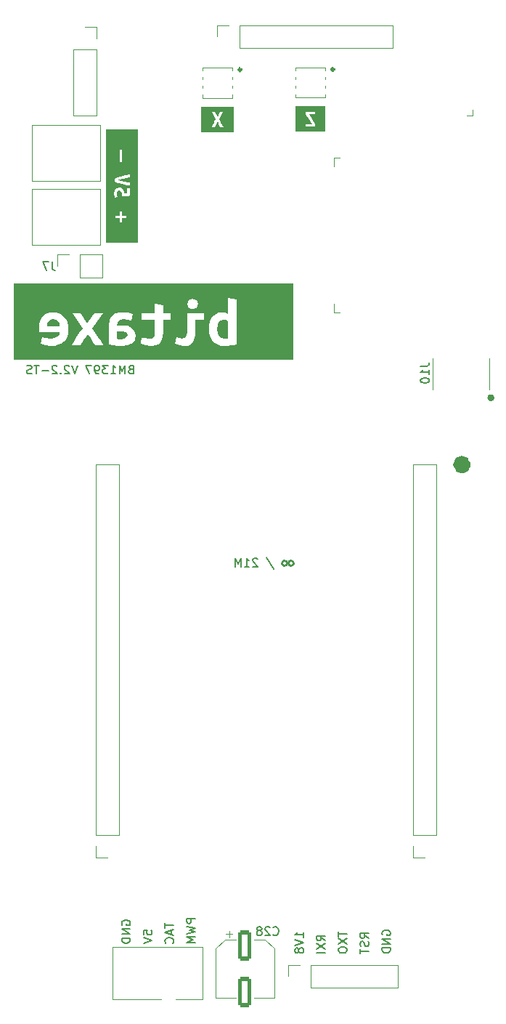
<source format=gbr>
%TF.GenerationSoftware,KiCad,Pcbnew,7.0.1*%
%TF.CreationDate,2023-05-29T11:52:31-05:00*%
%TF.ProjectId,bitaxeMax,62697461-7865-44d6-9178-2e6b69636164,rev?*%
%TF.SameCoordinates,Original*%
%TF.FileFunction,Legend,Bot*%
%TF.FilePolarity,Positive*%
%FSLAX46Y46*%
G04 Gerber Fmt 4.6, Leading zero omitted, Abs format (unit mm)*
G04 Created by KiCad (PCBNEW 7.0.1) date 2023-05-29 11:52:31*
%MOMM*%
%LPD*%
G01*
G04 APERTURE LIST*
G04 Aperture macros list*
%AMRoundRect*
0 Rectangle with rounded corners*
0 $1 Rounding radius*
0 $2 $3 $4 $5 $6 $7 $8 $9 X,Y pos of 4 corners*
0 Add a 4 corners polygon primitive as box body*
4,1,4,$2,$3,$4,$5,$6,$7,$8,$9,$2,$3,0*
0 Add four circle primitives for the rounded corners*
1,1,$1+$1,$2,$3*
1,1,$1+$1,$4,$5*
1,1,$1+$1,$6,$7*
1,1,$1+$1,$8,$9*
0 Add four rect primitives between the rounded corners*
20,1,$1+$1,$2,$3,$4,$5,0*
20,1,$1+$1,$4,$5,$6,$7,0*
20,1,$1+$1,$6,$7,$8,$9,0*
20,1,$1+$1,$8,$9,$2,$3,0*%
G04 Aperture macros list end*
%ADD10C,0.150000*%
%ADD11C,0.250000*%
%ADD12C,0.120000*%
%ADD13C,1.050000*%
%ADD14C,0.100000*%
%ADD15C,0.325707*%
%ADD16C,0.399559*%
%ADD17C,2.200000*%
%ADD18C,0.400000*%
%ADD19C,1.295400*%
%ADD20C,1.574800*%
%ADD21R,1.700000X1.700000*%
%ADD22O,1.700000X1.700000*%
%ADD23C,2.520000*%
%ADD24R,0.900000X1.500000*%
%ADD25R,1.500000X0.900000*%
%ADD26R,0.900000X0.900000*%
%ADD27C,0.990600*%
%ADD28C,0.787400*%
%ADD29R,1.193800X0.711200*%
%ADD30RoundRect,0.250000X-0.550000X1.500000X-0.550000X-1.500000X0.550000X-1.500000X0.550000X1.500000X0*%
%ADD31R,0.457200X2.997200*%
G04 APERTURE END LIST*
D10*
X117945119Y-154846046D02*
X117468928Y-154512713D01*
X117945119Y-154274618D02*
X116945119Y-154274618D01*
X116945119Y-154274618D02*
X116945119Y-154655570D01*
X116945119Y-154655570D02*
X116992738Y-154750808D01*
X116992738Y-154750808D02*
X117040357Y-154798427D01*
X117040357Y-154798427D02*
X117135595Y-154846046D01*
X117135595Y-154846046D02*
X117278452Y-154846046D01*
X117278452Y-154846046D02*
X117373690Y-154798427D01*
X117373690Y-154798427D02*
X117421309Y-154750808D01*
X117421309Y-154750808D02*
X117468928Y-154655570D01*
X117468928Y-154655570D02*
X117468928Y-154274618D01*
X117897500Y-155226999D02*
X117945119Y-155369856D01*
X117945119Y-155369856D02*
X117945119Y-155607951D01*
X117945119Y-155607951D02*
X117897500Y-155703189D01*
X117897500Y-155703189D02*
X117849880Y-155750808D01*
X117849880Y-155750808D02*
X117754642Y-155798427D01*
X117754642Y-155798427D02*
X117659404Y-155798427D01*
X117659404Y-155798427D02*
X117564166Y-155750808D01*
X117564166Y-155750808D02*
X117516547Y-155703189D01*
X117516547Y-155703189D02*
X117468928Y-155607951D01*
X117468928Y-155607951D02*
X117421309Y-155417475D01*
X117421309Y-155417475D02*
X117373690Y-155322237D01*
X117373690Y-155322237D02*
X117326071Y-155274618D01*
X117326071Y-155274618D02*
X117230833Y-155226999D01*
X117230833Y-155226999D02*
X117135595Y-155226999D01*
X117135595Y-155226999D02*
X117040357Y-155274618D01*
X117040357Y-155274618D02*
X116992738Y-155322237D01*
X116992738Y-155322237D02*
X116945119Y-155417475D01*
X116945119Y-155417475D02*
X116945119Y-155655570D01*
X116945119Y-155655570D02*
X116992738Y-155798427D01*
X116945119Y-156084142D02*
X116945119Y-156655570D01*
X117945119Y-156369856D02*
X116945119Y-156369856D01*
X91671619Y-154421523D02*
X91671619Y-153945333D01*
X91671619Y-153945333D02*
X92147809Y-153897714D01*
X92147809Y-153897714D02*
X92100190Y-153945333D01*
X92100190Y-153945333D02*
X92052571Y-154040571D01*
X92052571Y-154040571D02*
X92052571Y-154278666D01*
X92052571Y-154278666D02*
X92100190Y-154373904D01*
X92100190Y-154373904D02*
X92147809Y-154421523D01*
X92147809Y-154421523D02*
X92243047Y-154469142D01*
X92243047Y-154469142D02*
X92481142Y-154469142D01*
X92481142Y-154469142D02*
X92576380Y-154421523D01*
X92576380Y-154421523D02*
X92624000Y-154373904D01*
X92624000Y-154373904D02*
X92671619Y-154278666D01*
X92671619Y-154278666D02*
X92671619Y-154040571D01*
X92671619Y-154040571D02*
X92624000Y-153945333D01*
X92624000Y-153945333D02*
X92576380Y-153897714D01*
X91671619Y-154754857D02*
X92671619Y-155088190D01*
X92671619Y-155088190D02*
X91671619Y-155421523D01*
X110347619Y-154750809D02*
X110347619Y-154179381D01*
X110347619Y-154465095D02*
X109347619Y-154465095D01*
X109347619Y-154465095D02*
X109490476Y-154369857D01*
X109490476Y-154369857D02*
X109585714Y-154274619D01*
X109585714Y-154274619D02*
X109633333Y-154179381D01*
X109347619Y-155036524D02*
X110347619Y-155369857D01*
X110347619Y-155369857D02*
X109347619Y-155703190D01*
X109776190Y-156179381D02*
X109728571Y-156084143D01*
X109728571Y-156084143D02*
X109680952Y-156036524D01*
X109680952Y-156036524D02*
X109585714Y-155988905D01*
X109585714Y-155988905D02*
X109538095Y-155988905D01*
X109538095Y-155988905D02*
X109442857Y-156036524D01*
X109442857Y-156036524D02*
X109395238Y-156084143D01*
X109395238Y-156084143D02*
X109347619Y-156179381D01*
X109347619Y-156179381D02*
X109347619Y-156369857D01*
X109347619Y-156369857D02*
X109395238Y-156465095D01*
X109395238Y-156465095D02*
X109442857Y-156512714D01*
X109442857Y-156512714D02*
X109538095Y-156560333D01*
X109538095Y-156560333D02*
X109585714Y-156560333D01*
X109585714Y-156560333D02*
X109680952Y-156512714D01*
X109680952Y-156512714D02*
X109728571Y-156465095D01*
X109728571Y-156465095D02*
X109776190Y-156369857D01*
X109776190Y-156369857D02*
X109776190Y-156179381D01*
X109776190Y-156179381D02*
X109823809Y-156084143D01*
X109823809Y-156084143D02*
X109871428Y-156036524D01*
X109871428Y-156036524D02*
X109966666Y-155988905D01*
X109966666Y-155988905D02*
X110157142Y-155988905D01*
X110157142Y-155988905D02*
X110252380Y-156036524D01*
X110252380Y-156036524D02*
X110300000Y-156084143D01*
X110300000Y-156084143D02*
X110347619Y-156179381D01*
X110347619Y-156179381D02*
X110347619Y-156369857D01*
X110347619Y-156369857D02*
X110300000Y-156465095D01*
X110300000Y-156465095D02*
X110252380Y-156512714D01*
X110252380Y-156512714D02*
X110157142Y-156560333D01*
X110157142Y-156560333D02*
X109966666Y-156560333D01*
X109966666Y-156560333D02*
X109871428Y-156512714D01*
X109871428Y-156512714D02*
X109823809Y-156465095D01*
X109823809Y-156465095D02*
X109776190Y-156369857D01*
X106026190Y-110525000D02*
X106883332Y-111810714D01*
X104978570Y-110667857D02*
X104930951Y-110620238D01*
X104930951Y-110620238D02*
X104835713Y-110572619D01*
X104835713Y-110572619D02*
X104597618Y-110572619D01*
X104597618Y-110572619D02*
X104502380Y-110620238D01*
X104502380Y-110620238D02*
X104454761Y-110667857D01*
X104454761Y-110667857D02*
X104407142Y-110763095D01*
X104407142Y-110763095D02*
X104407142Y-110858333D01*
X104407142Y-110858333D02*
X104454761Y-111001190D01*
X104454761Y-111001190D02*
X105026189Y-111572619D01*
X105026189Y-111572619D02*
X104407142Y-111572619D01*
X103454761Y-111572619D02*
X104026189Y-111572619D01*
X103740475Y-111572619D02*
X103740475Y-110572619D01*
X103740475Y-110572619D02*
X103835713Y-110715476D01*
X103835713Y-110715476D02*
X103930951Y-110810714D01*
X103930951Y-110810714D02*
X104026189Y-110858333D01*
X103026189Y-111572619D02*
X103026189Y-110572619D01*
X103026189Y-110572619D02*
X102692856Y-111286904D01*
X102692856Y-111286904D02*
X102359523Y-110572619D01*
X102359523Y-110572619D02*
X102359523Y-111572619D01*
X90208952Y-88584809D02*
X90066095Y-88632428D01*
X90066095Y-88632428D02*
X90018476Y-88680047D01*
X90018476Y-88680047D02*
X89970857Y-88775285D01*
X89970857Y-88775285D02*
X89970857Y-88918142D01*
X89970857Y-88918142D02*
X90018476Y-89013380D01*
X90018476Y-89013380D02*
X90066095Y-89061000D01*
X90066095Y-89061000D02*
X90161333Y-89108619D01*
X90161333Y-89108619D02*
X90542285Y-89108619D01*
X90542285Y-89108619D02*
X90542285Y-88108619D01*
X90542285Y-88108619D02*
X90208952Y-88108619D01*
X90208952Y-88108619D02*
X90113714Y-88156238D01*
X90113714Y-88156238D02*
X90066095Y-88203857D01*
X90066095Y-88203857D02*
X90018476Y-88299095D01*
X90018476Y-88299095D02*
X90018476Y-88394333D01*
X90018476Y-88394333D02*
X90066095Y-88489571D01*
X90066095Y-88489571D02*
X90113714Y-88537190D01*
X90113714Y-88537190D02*
X90208952Y-88584809D01*
X90208952Y-88584809D02*
X90542285Y-88584809D01*
X89542285Y-89108619D02*
X89542285Y-88108619D01*
X89542285Y-88108619D02*
X89208952Y-88822904D01*
X89208952Y-88822904D02*
X88875619Y-88108619D01*
X88875619Y-88108619D02*
X88875619Y-89108619D01*
X87875619Y-89108619D02*
X88447047Y-89108619D01*
X88161333Y-89108619D02*
X88161333Y-88108619D01*
X88161333Y-88108619D02*
X88256571Y-88251476D01*
X88256571Y-88251476D02*
X88351809Y-88346714D01*
X88351809Y-88346714D02*
X88447047Y-88394333D01*
X87542285Y-88108619D02*
X86923238Y-88108619D01*
X86923238Y-88108619D02*
X87256571Y-88489571D01*
X87256571Y-88489571D02*
X87113714Y-88489571D01*
X87113714Y-88489571D02*
X87018476Y-88537190D01*
X87018476Y-88537190D02*
X86970857Y-88584809D01*
X86970857Y-88584809D02*
X86923238Y-88680047D01*
X86923238Y-88680047D02*
X86923238Y-88918142D01*
X86923238Y-88918142D02*
X86970857Y-89013380D01*
X86970857Y-89013380D02*
X87018476Y-89061000D01*
X87018476Y-89061000D02*
X87113714Y-89108619D01*
X87113714Y-89108619D02*
X87399428Y-89108619D01*
X87399428Y-89108619D02*
X87494666Y-89061000D01*
X87494666Y-89061000D02*
X87542285Y-89013380D01*
X86447047Y-89108619D02*
X86256571Y-89108619D01*
X86256571Y-89108619D02*
X86161333Y-89061000D01*
X86161333Y-89061000D02*
X86113714Y-89013380D01*
X86113714Y-89013380D02*
X86018476Y-88870523D01*
X86018476Y-88870523D02*
X85970857Y-88680047D01*
X85970857Y-88680047D02*
X85970857Y-88299095D01*
X85970857Y-88299095D02*
X86018476Y-88203857D01*
X86018476Y-88203857D02*
X86066095Y-88156238D01*
X86066095Y-88156238D02*
X86161333Y-88108619D01*
X86161333Y-88108619D02*
X86351809Y-88108619D01*
X86351809Y-88108619D02*
X86447047Y-88156238D01*
X86447047Y-88156238D02*
X86494666Y-88203857D01*
X86494666Y-88203857D02*
X86542285Y-88299095D01*
X86542285Y-88299095D02*
X86542285Y-88537190D01*
X86542285Y-88537190D02*
X86494666Y-88632428D01*
X86494666Y-88632428D02*
X86447047Y-88680047D01*
X86447047Y-88680047D02*
X86351809Y-88727666D01*
X86351809Y-88727666D02*
X86161333Y-88727666D01*
X86161333Y-88727666D02*
X86066095Y-88680047D01*
X86066095Y-88680047D02*
X86018476Y-88632428D01*
X86018476Y-88632428D02*
X85970857Y-88537190D01*
X85637523Y-88108619D02*
X84970857Y-88108619D01*
X84970857Y-88108619D02*
X85399428Y-89108619D01*
X83970856Y-88108619D02*
X83637523Y-89108619D01*
X83637523Y-89108619D02*
X83304190Y-88108619D01*
X83018475Y-88203857D02*
X82970856Y-88156238D01*
X82970856Y-88156238D02*
X82875618Y-88108619D01*
X82875618Y-88108619D02*
X82637523Y-88108619D01*
X82637523Y-88108619D02*
X82542285Y-88156238D01*
X82542285Y-88156238D02*
X82494666Y-88203857D01*
X82494666Y-88203857D02*
X82447047Y-88299095D01*
X82447047Y-88299095D02*
X82447047Y-88394333D01*
X82447047Y-88394333D02*
X82494666Y-88537190D01*
X82494666Y-88537190D02*
X83066094Y-89108619D01*
X83066094Y-89108619D02*
X82447047Y-89108619D01*
X82018475Y-89013380D02*
X81970856Y-89061000D01*
X81970856Y-89061000D02*
X82018475Y-89108619D01*
X82018475Y-89108619D02*
X82066094Y-89061000D01*
X82066094Y-89061000D02*
X82018475Y-89013380D01*
X82018475Y-89013380D02*
X82018475Y-89108619D01*
X81589904Y-88203857D02*
X81542285Y-88156238D01*
X81542285Y-88156238D02*
X81447047Y-88108619D01*
X81447047Y-88108619D02*
X81208952Y-88108619D01*
X81208952Y-88108619D02*
X81113714Y-88156238D01*
X81113714Y-88156238D02*
X81066095Y-88203857D01*
X81066095Y-88203857D02*
X81018476Y-88299095D01*
X81018476Y-88299095D02*
X81018476Y-88394333D01*
X81018476Y-88394333D02*
X81066095Y-88537190D01*
X81066095Y-88537190D02*
X81637523Y-89108619D01*
X81637523Y-89108619D02*
X81018476Y-89108619D01*
X80589904Y-88727666D02*
X79828000Y-88727666D01*
X79494666Y-88108619D02*
X78923238Y-88108619D01*
X79208952Y-89108619D02*
X79208952Y-88108619D01*
X78637523Y-89061000D02*
X78494666Y-89108619D01*
X78494666Y-89108619D02*
X78256571Y-89108619D01*
X78256571Y-89108619D02*
X78161333Y-89061000D01*
X78161333Y-89061000D02*
X78113714Y-89013380D01*
X78113714Y-89013380D02*
X78066095Y-88918142D01*
X78066095Y-88918142D02*
X78066095Y-88822904D01*
X78066095Y-88822904D02*
X78113714Y-88727666D01*
X78113714Y-88727666D02*
X78161333Y-88680047D01*
X78161333Y-88680047D02*
X78256571Y-88632428D01*
X78256571Y-88632428D02*
X78447047Y-88584809D01*
X78447047Y-88584809D02*
X78542285Y-88537190D01*
X78542285Y-88537190D02*
X78589904Y-88489571D01*
X78589904Y-88489571D02*
X78637523Y-88394333D01*
X78637523Y-88394333D02*
X78637523Y-88299095D01*
X78637523Y-88299095D02*
X78589904Y-88203857D01*
X78589904Y-88203857D02*
X78542285Y-88156238D01*
X78542285Y-88156238D02*
X78447047Y-88108619D01*
X78447047Y-88108619D02*
X78208952Y-88108619D01*
X78208952Y-88108619D02*
X78066095Y-88156238D01*
D11*
X108279523Y-110932857D02*
X108089047Y-110837619D01*
X108089047Y-110837619D02*
X107898571Y-110932857D01*
X107898571Y-110932857D02*
X107803333Y-111123333D01*
X107803333Y-111123333D02*
X107898571Y-111313809D01*
X107898571Y-111313809D02*
X108089047Y-111409047D01*
X108089047Y-111409047D02*
X108279523Y-111313809D01*
X108279523Y-111313809D02*
X108660475Y-110932857D01*
X108660475Y-110932857D02*
X108850952Y-110837619D01*
X108850952Y-110837619D02*
X109041428Y-110932857D01*
X109041428Y-110932857D02*
X109136666Y-111123333D01*
X109136666Y-111123333D02*
X109041428Y-111313809D01*
X109041428Y-111313809D02*
X108850952Y-111409047D01*
X108850952Y-111409047D02*
X108660475Y-111313809D01*
X108660475Y-111313809D02*
X108279523Y-110932857D01*
D10*
X112880119Y-155131762D02*
X112403928Y-154798429D01*
X112880119Y-154560334D02*
X111880119Y-154560334D01*
X111880119Y-154560334D02*
X111880119Y-154941286D01*
X111880119Y-154941286D02*
X111927738Y-155036524D01*
X111927738Y-155036524D02*
X111975357Y-155084143D01*
X111975357Y-155084143D02*
X112070595Y-155131762D01*
X112070595Y-155131762D02*
X112213452Y-155131762D01*
X112213452Y-155131762D02*
X112308690Y-155084143D01*
X112308690Y-155084143D02*
X112356309Y-155036524D01*
X112356309Y-155036524D02*
X112403928Y-154941286D01*
X112403928Y-154941286D02*
X112403928Y-154560334D01*
X111880119Y-155465096D02*
X112880119Y-156131762D01*
X111880119Y-156131762D02*
X112880119Y-155465096D01*
X112880119Y-156512715D02*
X111880119Y-156512715D01*
X97727619Y-152552238D02*
X96727619Y-152552238D01*
X96727619Y-152552238D02*
X96727619Y-152933190D01*
X96727619Y-152933190D02*
X96775238Y-153028428D01*
X96775238Y-153028428D02*
X96822857Y-153076047D01*
X96822857Y-153076047D02*
X96918095Y-153123666D01*
X96918095Y-153123666D02*
X97060952Y-153123666D01*
X97060952Y-153123666D02*
X97156190Y-153076047D01*
X97156190Y-153076047D02*
X97203809Y-153028428D01*
X97203809Y-153028428D02*
X97251428Y-152933190D01*
X97251428Y-152933190D02*
X97251428Y-152552238D01*
X96727619Y-153457000D02*
X97727619Y-153695095D01*
X97727619Y-153695095D02*
X97013333Y-153885571D01*
X97013333Y-153885571D02*
X97727619Y-154076047D01*
X97727619Y-154076047D02*
X96727619Y-154314143D01*
X97727619Y-154695095D02*
X96727619Y-154695095D01*
X96727619Y-154695095D02*
X97441904Y-155028428D01*
X97441904Y-155028428D02*
X96727619Y-155361761D01*
X96727619Y-155361761D02*
X97727619Y-155361761D01*
X119525238Y-154465095D02*
X119477619Y-154369857D01*
X119477619Y-154369857D02*
X119477619Y-154227000D01*
X119477619Y-154227000D02*
X119525238Y-154084143D01*
X119525238Y-154084143D02*
X119620476Y-153988905D01*
X119620476Y-153988905D02*
X119715714Y-153941286D01*
X119715714Y-153941286D02*
X119906190Y-153893667D01*
X119906190Y-153893667D02*
X120049047Y-153893667D01*
X120049047Y-153893667D02*
X120239523Y-153941286D01*
X120239523Y-153941286D02*
X120334761Y-153988905D01*
X120334761Y-153988905D02*
X120430000Y-154084143D01*
X120430000Y-154084143D02*
X120477619Y-154227000D01*
X120477619Y-154227000D02*
X120477619Y-154322238D01*
X120477619Y-154322238D02*
X120430000Y-154465095D01*
X120430000Y-154465095D02*
X120382380Y-154512714D01*
X120382380Y-154512714D02*
X120049047Y-154512714D01*
X120049047Y-154512714D02*
X120049047Y-154322238D01*
X120477619Y-154941286D02*
X119477619Y-154941286D01*
X119477619Y-154941286D02*
X120477619Y-155512714D01*
X120477619Y-155512714D02*
X119477619Y-155512714D01*
X120477619Y-155988905D02*
X119477619Y-155988905D01*
X119477619Y-155988905D02*
X119477619Y-156227000D01*
X119477619Y-156227000D02*
X119525238Y-156369857D01*
X119525238Y-156369857D02*
X119620476Y-156465095D01*
X119620476Y-156465095D02*
X119715714Y-156512714D01*
X119715714Y-156512714D02*
X119906190Y-156560333D01*
X119906190Y-156560333D02*
X120049047Y-156560333D01*
X120049047Y-156560333D02*
X120239523Y-156512714D01*
X120239523Y-156512714D02*
X120334761Y-156465095D01*
X120334761Y-156465095D02*
X120430000Y-156369857D01*
X120430000Y-156369857D02*
X120477619Y-156227000D01*
X120477619Y-156227000D02*
X120477619Y-155988905D01*
X114412619Y-154084143D02*
X114412619Y-154655571D01*
X115412619Y-154369857D02*
X114412619Y-154369857D01*
X114412619Y-154893667D02*
X115412619Y-155560333D01*
X114412619Y-155560333D02*
X115412619Y-154893667D01*
X114412619Y-156131762D02*
X114412619Y-156322238D01*
X114412619Y-156322238D02*
X114460238Y-156417476D01*
X114460238Y-156417476D02*
X114555476Y-156512714D01*
X114555476Y-156512714D02*
X114745952Y-156560333D01*
X114745952Y-156560333D02*
X115079285Y-156560333D01*
X115079285Y-156560333D02*
X115269761Y-156512714D01*
X115269761Y-156512714D02*
X115365000Y-156417476D01*
X115365000Y-156417476D02*
X115412619Y-156322238D01*
X115412619Y-156322238D02*
X115412619Y-156131762D01*
X115412619Y-156131762D02*
X115365000Y-156036524D01*
X115365000Y-156036524D02*
X115269761Y-155941286D01*
X115269761Y-155941286D02*
X115079285Y-155893667D01*
X115079285Y-155893667D02*
X114745952Y-155893667D01*
X114745952Y-155893667D02*
X114555476Y-155941286D01*
X114555476Y-155941286D02*
X114460238Y-156036524D01*
X114460238Y-156036524D02*
X114412619Y-156131762D01*
X94195119Y-153076047D02*
X94195119Y-153647475D01*
X95195119Y-153361761D02*
X94195119Y-153361761D01*
X94909404Y-153933190D02*
X94909404Y-154409380D01*
X95195119Y-153837952D02*
X94195119Y-154171285D01*
X94195119Y-154171285D02*
X95195119Y-154504618D01*
X95099880Y-155409380D02*
X95147500Y-155361761D01*
X95147500Y-155361761D02*
X95195119Y-155218904D01*
X95195119Y-155218904D02*
X95195119Y-155123666D01*
X95195119Y-155123666D02*
X95147500Y-154980809D01*
X95147500Y-154980809D02*
X95052261Y-154885571D01*
X95052261Y-154885571D02*
X94957023Y-154837952D01*
X94957023Y-154837952D02*
X94766547Y-154790333D01*
X94766547Y-154790333D02*
X94623690Y-154790333D01*
X94623690Y-154790333D02*
X94433214Y-154837952D01*
X94433214Y-154837952D02*
X94337976Y-154885571D01*
X94337976Y-154885571D02*
X94242738Y-154980809D01*
X94242738Y-154980809D02*
X94195119Y-155123666D01*
X94195119Y-155123666D02*
X94195119Y-155218904D01*
X94195119Y-155218904D02*
X94242738Y-155361761D01*
X94242738Y-155361761D02*
X94290357Y-155409380D01*
X89177738Y-153314143D02*
X89130119Y-153218905D01*
X89130119Y-153218905D02*
X89130119Y-153076048D01*
X89130119Y-153076048D02*
X89177738Y-152933191D01*
X89177738Y-152933191D02*
X89272976Y-152837953D01*
X89272976Y-152837953D02*
X89368214Y-152790334D01*
X89368214Y-152790334D02*
X89558690Y-152742715D01*
X89558690Y-152742715D02*
X89701547Y-152742715D01*
X89701547Y-152742715D02*
X89892023Y-152790334D01*
X89892023Y-152790334D02*
X89987261Y-152837953D01*
X89987261Y-152837953D02*
X90082500Y-152933191D01*
X90082500Y-152933191D02*
X90130119Y-153076048D01*
X90130119Y-153076048D02*
X90130119Y-153171286D01*
X90130119Y-153171286D02*
X90082500Y-153314143D01*
X90082500Y-153314143D02*
X90034880Y-153361762D01*
X90034880Y-153361762D02*
X89701547Y-153361762D01*
X89701547Y-153361762D02*
X89701547Y-153171286D01*
X90130119Y-153790334D02*
X89130119Y-153790334D01*
X89130119Y-153790334D02*
X90130119Y-154361762D01*
X90130119Y-154361762D02*
X89130119Y-154361762D01*
X90130119Y-154837953D02*
X89130119Y-154837953D01*
X89130119Y-154837953D02*
X89130119Y-155076048D01*
X89130119Y-155076048D02*
X89177738Y-155218905D01*
X89177738Y-155218905D02*
X89272976Y-155314143D01*
X89272976Y-155314143D02*
X89368214Y-155361762D01*
X89368214Y-155361762D02*
X89558690Y-155409381D01*
X89558690Y-155409381D02*
X89701547Y-155409381D01*
X89701547Y-155409381D02*
X89892023Y-155361762D01*
X89892023Y-155361762D02*
X89987261Y-155314143D01*
X89987261Y-155314143D02*
X90082500Y-155218905D01*
X90082500Y-155218905D02*
X90130119Y-155076048D01*
X90130119Y-155076048D02*
X90130119Y-154837953D01*
%TO.C,J7*%
X81003333Y-76002619D02*
X81003333Y-76716904D01*
X81003333Y-76716904D02*
X81050952Y-76859761D01*
X81050952Y-76859761D02*
X81146190Y-76955000D01*
X81146190Y-76955000D02*
X81289047Y-77002619D01*
X81289047Y-77002619D02*
X81384285Y-77002619D01*
X80622380Y-76002619D02*
X79955714Y-76002619D01*
X79955714Y-76002619D02*
X80384285Y-77002619D01*
%TO.C,C28*%
X106805857Y-154424380D02*
X106853476Y-154472000D01*
X106853476Y-154472000D02*
X106996333Y-154519619D01*
X106996333Y-154519619D02*
X107091571Y-154519619D01*
X107091571Y-154519619D02*
X107234428Y-154472000D01*
X107234428Y-154472000D02*
X107329666Y-154376761D01*
X107329666Y-154376761D02*
X107377285Y-154281523D01*
X107377285Y-154281523D02*
X107424904Y-154091047D01*
X107424904Y-154091047D02*
X107424904Y-153948190D01*
X107424904Y-153948190D02*
X107377285Y-153757714D01*
X107377285Y-153757714D02*
X107329666Y-153662476D01*
X107329666Y-153662476D02*
X107234428Y-153567238D01*
X107234428Y-153567238D02*
X107091571Y-153519619D01*
X107091571Y-153519619D02*
X106996333Y-153519619D01*
X106996333Y-153519619D02*
X106853476Y-153567238D01*
X106853476Y-153567238D02*
X106805857Y-153614857D01*
X106424904Y-153614857D02*
X106377285Y-153567238D01*
X106377285Y-153567238D02*
X106282047Y-153519619D01*
X106282047Y-153519619D02*
X106043952Y-153519619D01*
X106043952Y-153519619D02*
X105948714Y-153567238D01*
X105948714Y-153567238D02*
X105901095Y-153614857D01*
X105901095Y-153614857D02*
X105853476Y-153710095D01*
X105853476Y-153710095D02*
X105853476Y-153805333D01*
X105853476Y-153805333D02*
X105901095Y-153948190D01*
X105901095Y-153948190D02*
X106472523Y-154519619D01*
X106472523Y-154519619D02*
X105853476Y-154519619D01*
X105282047Y-153948190D02*
X105377285Y-153900571D01*
X105377285Y-153900571D02*
X105424904Y-153852952D01*
X105424904Y-153852952D02*
X105472523Y-153757714D01*
X105472523Y-153757714D02*
X105472523Y-153710095D01*
X105472523Y-153710095D02*
X105424904Y-153614857D01*
X105424904Y-153614857D02*
X105377285Y-153567238D01*
X105377285Y-153567238D02*
X105282047Y-153519619D01*
X105282047Y-153519619D02*
X105091571Y-153519619D01*
X105091571Y-153519619D02*
X104996333Y-153567238D01*
X104996333Y-153567238D02*
X104948714Y-153614857D01*
X104948714Y-153614857D02*
X104901095Y-153710095D01*
X104901095Y-153710095D02*
X104901095Y-153757714D01*
X104901095Y-153757714D02*
X104948714Y-153852952D01*
X104948714Y-153852952D02*
X104996333Y-153900571D01*
X104996333Y-153900571D02*
X105091571Y-153948190D01*
X105091571Y-153948190D02*
X105282047Y-153948190D01*
X105282047Y-153948190D02*
X105377285Y-153995809D01*
X105377285Y-153995809D02*
X105424904Y-154043428D01*
X105424904Y-154043428D02*
X105472523Y-154138666D01*
X105472523Y-154138666D02*
X105472523Y-154329142D01*
X105472523Y-154329142D02*
X105424904Y-154424380D01*
X105424904Y-154424380D02*
X105377285Y-154472000D01*
X105377285Y-154472000D02*
X105282047Y-154519619D01*
X105282047Y-154519619D02*
X105091571Y-154519619D01*
X105091571Y-154519619D02*
X104996333Y-154472000D01*
X104996333Y-154472000D02*
X104948714Y-154424380D01*
X104948714Y-154424380D02*
X104901095Y-154329142D01*
X104901095Y-154329142D02*
X104901095Y-154138666D01*
X104901095Y-154138666D02*
X104948714Y-154043428D01*
X104948714Y-154043428D02*
X104996333Y-153995809D01*
X104996333Y-153995809D02*
X105091571Y-153948190D01*
%TO.C,J10*%
X123995619Y-88190476D02*
X124709904Y-88190476D01*
X124709904Y-88190476D02*
X124852761Y-88142857D01*
X124852761Y-88142857D02*
X124948000Y-88047619D01*
X124948000Y-88047619D02*
X124995619Y-87904762D01*
X124995619Y-87904762D02*
X124995619Y-87809524D01*
X124995619Y-89190476D02*
X124995619Y-88619048D01*
X124995619Y-88904762D02*
X123995619Y-88904762D01*
X123995619Y-88904762D02*
X124138476Y-88809524D01*
X124138476Y-88809524D02*
X124233714Y-88714286D01*
X124233714Y-88714286D02*
X124281333Y-88619048D01*
X123995619Y-89809524D02*
X123995619Y-89904762D01*
X123995619Y-89904762D02*
X124043238Y-90000000D01*
X124043238Y-90000000D02*
X124090857Y-90047619D01*
X124090857Y-90047619D02*
X124186095Y-90095238D01*
X124186095Y-90095238D02*
X124376571Y-90142857D01*
X124376571Y-90142857D02*
X124614666Y-90142857D01*
X124614666Y-90142857D02*
X124805142Y-90095238D01*
X124805142Y-90095238D02*
X124900380Y-90047619D01*
X124900380Y-90047619D02*
X124948000Y-90000000D01*
X124948000Y-90000000D02*
X124995619Y-89904762D01*
X124995619Y-89904762D02*
X124995619Y-89809524D01*
X124995619Y-89809524D02*
X124948000Y-89714286D01*
X124948000Y-89714286D02*
X124900380Y-89666667D01*
X124900380Y-89666667D02*
X124805142Y-89619048D01*
X124805142Y-89619048D02*
X124614666Y-89571429D01*
X124614666Y-89571429D02*
X124376571Y-89571429D01*
X124376571Y-89571429D02*
X124186095Y-89619048D01*
X124186095Y-89619048D02*
X124090857Y-89666667D01*
X124090857Y-89666667D02*
X124043238Y-89714286D01*
X124043238Y-89714286D02*
X123995619Y-89809524D01*
D12*
%TO.C,J4*%
X88102000Y-155846851D02*
X98566800Y-155846851D01*
X88102000Y-161942851D02*
X88102000Y-155846851D01*
X93765225Y-161942851D02*
X88102000Y-161942851D01*
X98566800Y-155846851D02*
X98566800Y-161942851D01*
X98566800Y-161942851D02*
X95443575Y-161942851D01*
%TO.C,J9*%
X86189000Y-58999000D02*
X83529000Y-58999000D01*
X86189000Y-51319000D02*
X86189000Y-58999000D01*
X86189000Y-51319000D02*
X83529000Y-51319000D01*
X86189000Y-50049000D02*
X86189000Y-48719000D01*
X86189000Y-48719000D02*
X84859000Y-48719000D01*
X83529000Y-51319000D02*
X83529000Y-58999000D01*
%TO.C,J2*%
X86650000Y-66640000D02*
X86650000Y-60140000D01*
X86650000Y-60140000D02*
X78650000Y-60140000D01*
X78650000Y-66640000D02*
X86650000Y-66640000D01*
X78650000Y-60140000D02*
X78650000Y-66640000D01*
%TO.C,J1*%
X86650000Y-74060000D02*
X86650000Y-67560000D01*
X86650000Y-67560000D02*
X78650000Y-67560000D01*
X78650000Y-74060000D02*
X86650000Y-74060000D01*
X78650000Y-67560000D02*
X78650000Y-74060000D01*
%TO.C,J6*%
X120736000Y-48469000D02*
X120736000Y-51129000D01*
X102896000Y-48469000D02*
X120736000Y-48469000D01*
X102896000Y-48469000D02*
X102896000Y-51129000D01*
X101626000Y-48469000D02*
X100296000Y-48469000D01*
X100296000Y-48469000D02*
X100296000Y-49799000D01*
X102896000Y-51129000D02*
X120736000Y-51129000D01*
%TO.C,J7*%
X86870000Y-75210000D02*
X86870000Y-77870000D01*
X84270000Y-75210000D02*
X86870000Y-75210000D01*
X84270000Y-75210000D02*
X84270000Y-77870000D01*
X83000000Y-75210000D02*
X81670000Y-75210000D01*
X81670000Y-75210000D02*
X81670000Y-76540000D01*
X84270000Y-77870000D02*
X86870000Y-77870000D01*
%TO.C,J3*%
X121365000Y-157962000D02*
X121365000Y-160622000D01*
X111145000Y-157962000D02*
X121365000Y-157962000D01*
X111145000Y-157962000D02*
X111145000Y-160622000D01*
X109875000Y-157962000D02*
X108545000Y-157962000D01*
X108545000Y-157962000D02*
X108545000Y-159292000D01*
X111145000Y-160622000D02*
X121365000Y-160622000D01*
%TO.C,U12*%
X113860000Y-81960000D02*
X113860000Y-80960000D01*
X114610000Y-81960000D02*
X113860000Y-81960000D01*
X113860000Y-63960000D02*
X113860000Y-64960000D01*
X114610000Y-63960000D02*
X113860000Y-63960000D01*
%TO.C,IC1*%
D13*
X129345000Y-99678000D02*
G75*
G03*
X129345000Y-99678000I-525000J0D01*
G01*
D12*
X86130000Y-99608000D02*
X88790000Y-99608000D01*
X86130000Y-142848000D02*
X86130000Y-99608000D01*
X86130000Y-142848000D02*
X88790000Y-142848000D01*
X86130000Y-144118000D02*
X86130000Y-145448000D01*
X86130000Y-145448000D02*
X87460000Y-145448000D01*
X88790000Y-142848000D02*
X88790000Y-99608000D01*
X123130000Y-99608000D02*
X125790000Y-99608000D01*
X123130000Y-142848000D02*
X123130000Y-99608000D01*
X123130000Y-142848000D02*
X125790000Y-142848000D01*
X123130000Y-144118000D02*
X123130000Y-145448000D01*
X123130000Y-145448000D02*
X124460000Y-145448000D01*
X125790000Y-142848000D02*
X125790000Y-99608000D01*
%TO.C,J5*%
X130035000Y-59000000D02*
X130035000Y-58365000D01*
X129400000Y-59000000D02*
X130035000Y-59000000D01*
D14*
%TO.C,U13*%
X112888747Y-56932600D02*
X109383547Y-56932600D01*
X112888747Y-53427400D02*
X112888747Y-56932600D01*
X109383547Y-56932600D02*
X109383547Y-53427400D01*
X109383547Y-53427400D02*
X112888747Y-53427400D01*
D15*
X113919000Y-53620000D02*
G75*
G03*
X113919000Y-53620000I-162853J0D01*
G01*
%TO.C,kibuzzard-6387EEBE*%
G36*
X99627057Y-60969709D02*
G01*
X98436432Y-60969709D01*
X98436432Y-60374396D01*
X99627057Y-60374396D01*
X100007105Y-60374396D01*
X100067470Y-60220806D01*
X100139979Y-60051499D01*
X100220346Y-59874334D01*
X100304285Y-59697169D01*
X100387152Y-59868976D01*
X100470020Y-60047213D01*
X100547173Y-60219734D01*
X100612895Y-60374396D01*
X100992943Y-60374396D01*
X100908646Y-60188659D01*
X100850067Y-60075788D01*
X100785774Y-59954344D01*
X100716837Y-59826828D01*
X100644328Y-59695740D01*
X100571461Y-59565367D01*
X100501452Y-59439994D01*
X100964368Y-58605604D01*
X100584320Y-58605604D01*
X100304285Y-59171389D01*
X100009963Y-58605604D01*
X99655632Y-58605604D01*
X100107118Y-59431421D01*
X100030679Y-59557151D01*
X99955670Y-59688596D01*
X99883875Y-59821113D01*
X99817081Y-59950058D01*
X99756717Y-60072930D01*
X99704210Y-60187230D01*
X99627057Y-60374396D01*
X98436432Y-60374396D01*
X98436432Y-58010291D01*
X99627057Y-58010291D01*
X100992943Y-58010291D01*
X102183568Y-58010291D01*
X102183568Y-60969709D01*
X100992943Y-60969709D01*
X100007105Y-60969709D01*
X99627057Y-60969709D01*
G37*
%TO.C,kibuzzard-6387EECB*%
G36*
X109366445Y-60909709D02*
G01*
X109366445Y-60022931D01*
X110557070Y-60022931D01*
X110557070Y-60314396D01*
X111722930Y-60314396D01*
X111722930Y-60111514D01*
X111657922Y-59985427D01*
X111588627Y-59852910D01*
X111512904Y-59712535D01*
X111428608Y-59562874D01*
X111336096Y-59402139D01*
X111235726Y-59228546D01*
X111126070Y-59040666D01*
X111005697Y-58837069D01*
X111685783Y-58837069D01*
X111685783Y-58545604D01*
X110582787Y-58545604D01*
X110582787Y-58791349D01*
X110700659Y-58974229D01*
X110808530Y-59145679D01*
X110907828Y-59307485D01*
X110999982Y-59461432D01*
X111086065Y-59608594D01*
X111167146Y-59750040D01*
X111243942Y-59887557D01*
X111317165Y-60022931D01*
X110557070Y-60022931D01*
X109366445Y-60022931D01*
X109366445Y-57950291D01*
X110557070Y-57950291D01*
X111722930Y-57950291D01*
X112913555Y-57950291D01*
X112913555Y-60909709D01*
X111722930Y-60909709D01*
X110557070Y-60909709D01*
X109366445Y-60909709D01*
G37*
D12*
%TO.C,C28*%
X101657500Y-153964500D02*
X101657500Y-154752000D01*
X101263750Y-154358250D02*
X102051250Y-154358250D01*
X105850563Y-154992000D02*
X104565000Y-154992000D01*
X105850563Y-154992000D02*
X106915000Y-156056437D01*
X101159437Y-154992000D02*
X102445000Y-154992000D01*
X101159437Y-154992000D02*
X100095000Y-156056437D01*
X106915000Y-156056437D02*
X106915000Y-161812000D01*
X100095000Y-156056437D02*
X100095000Y-161812000D01*
X106915000Y-161812000D02*
X104565000Y-161812000D01*
X100095000Y-161812000D02*
X102445000Y-161812000D01*
%TO.C,kibuzzard-6392B1E5*%
G36*
X87315530Y-66712655D02*
G01*
X87315530Y-66349752D01*
X88305177Y-66349752D01*
X88305177Y-66712655D01*
X88515204Y-66783378D01*
X88750947Y-66858387D01*
X88916524Y-66908870D01*
X89081782Y-66957447D01*
X89246724Y-67004120D01*
X89408490Y-67048252D01*
X89564224Y-67089210D01*
X89713925Y-67126992D01*
X89913950Y-67174141D01*
X90073970Y-67207002D01*
X90073970Y-66835527D01*
X89925737Y-66814096D01*
X89755359Y-66784092D01*
X89571050Y-66748017D01*
X89381026Y-66708369D01*
X89189574Y-66665506D01*
X89000979Y-66619786D01*
X88823457Y-66572995D01*
X88665222Y-66526917D01*
X88821313Y-66481197D01*
X88998121Y-66435477D01*
X89186716Y-66391186D01*
X89378169Y-66349752D01*
X89568550Y-66311176D01*
X89753930Y-66275457D01*
X89925380Y-66244025D01*
X90073970Y-66218307D01*
X90073970Y-65849690D01*
X89892519Y-65887909D01*
X89691065Y-65933986D01*
X89474252Y-65987564D01*
X89246724Y-66048286D01*
X89090514Y-66092577D01*
X88932399Y-66139726D01*
X88772379Y-66189732D01*
X88613152Y-66241802D01*
X88457419Y-66295142D01*
X88305177Y-66349752D01*
X87315530Y-66349752D01*
X87315530Y-62957900D01*
X88936685Y-62957900D01*
X88936685Y-64386650D01*
X89199575Y-64386650D01*
X89199575Y-62957900D01*
X88936685Y-62957900D01*
X87315530Y-62957900D01*
X87315530Y-60576650D01*
X91026470Y-60576650D01*
X91026470Y-62957900D01*
X91026470Y-71416100D01*
X91026470Y-73797350D01*
X87315530Y-73797350D01*
X87315530Y-71416100D01*
X87315530Y-70967472D01*
X88413762Y-70967472D01*
X88910967Y-70967472D01*
X88910967Y-71416100D01*
X89199575Y-71416100D01*
X89199575Y-70967472D01*
X89696780Y-70967472D01*
X89696780Y-70664577D01*
X89199575Y-70664577D01*
X89199575Y-70215950D01*
X88910967Y-70215950D01*
X88910967Y-70664577D01*
X88413762Y-70664577D01*
X88413762Y-70967472D01*
X87315530Y-70967472D01*
X87315530Y-70664577D01*
X87315530Y-68095685D01*
X88268030Y-68095685D01*
X88276602Y-68235702D01*
X88298034Y-68372862D01*
X88328037Y-68491449D01*
X88359470Y-68572887D01*
X88650935Y-68501450D01*
X88593785Y-68341430D01*
X88574497Y-68232131D01*
X88568067Y-68098542D01*
X88590927Y-67928521D01*
X88649506Y-67822794D01*
X88730945Y-67769930D01*
X88825242Y-67755642D01*
X88960974Y-67779931D01*
X89066701Y-67877086D01*
X89135281Y-68084255D01*
X89153498Y-68239274D01*
X89159570Y-68435727D01*
X89397100Y-68410010D01*
X89629629Y-68390007D01*
X89855728Y-68375006D01*
X90073970Y-68364290D01*
X90073970Y-67461320D01*
X89782505Y-67461320D01*
X89782505Y-68069967D01*
X89591052Y-68084255D01*
X89428175Y-68098542D01*
X89398965Y-67882325D01*
X89341815Y-67706113D01*
X89256725Y-67569905D01*
X89144330Y-67473068D01*
X89005265Y-67414965D01*
X88839530Y-67395597D01*
X88612359Y-67438460D01*
X88430907Y-67569905D01*
X88362327Y-67669203D01*
X88310892Y-67789932D01*
X88278746Y-67932093D01*
X88268030Y-68095685D01*
X87315530Y-68095685D01*
X87315530Y-66712655D01*
G37*
%TO.C,J10*%
X132047000Y-87262500D02*
X132047000Y-90945500D01*
X125443000Y-90945500D02*
X125443000Y-87262500D01*
D16*
X132394779Y-91884000D02*
G75*
G03*
X132394779Y-91884000I-199779J0D01*
G01*
D14*
%TO.C,U4*%
X102054894Y-56962600D02*
X98549694Y-56962600D01*
X102054894Y-53457400D02*
X102054894Y-56962600D01*
X98549694Y-56962600D02*
X98549694Y-53457400D01*
X98549694Y-53457400D02*
X102054894Y-53457400D01*
D15*
X103085147Y-53650000D02*
G75*
G03*
X103085147Y-53650000I-162853J0D01*
G01*
%TO.C,kibuzzard-63D74789*%
G36*
X81486990Y-82810844D02*
G01*
X81717177Y-82985469D01*
X81860052Y-83239469D01*
X81927521Y-83533156D01*
X80435271Y-83533156D01*
X80474958Y-83243437D01*
X80601958Y-82993406D01*
X80824208Y-82814813D01*
X81157583Y-82747344D01*
X81486990Y-82810844D01*
G37*
G36*
X89325271Y-84156250D02*
G01*
X89575302Y-84223719D01*
X89745958Y-84358656D01*
X89809458Y-84588844D01*
X89618958Y-84950000D01*
X89126833Y-85057156D01*
X88817271Y-85053188D01*
X88555333Y-85033344D01*
X88555333Y-84176094D01*
X88785521Y-84148313D01*
X89031583Y-84136406D01*
X89325271Y-84156250D01*
G37*
G36*
X101291052Y-82830688D02*
G01*
X101556958Y-82937844D01*
X101556958Y-84961906D01*
X101322802Y-84993656D01*
X101112458Y-85001594D01*
X100771146Y-84937102D01*
X100509208Y-84743625D01*
X100342521Y-84395367D01*
X100286958Y-83866531D01*
X100329622Y-83404172D01*
X100457615Y-83064844D01*
X100672919Y-82856484D01*
X100977521Y-82787031D01*
X101291052Y-82830688D01*
G37*
G36*
X96405521Y-87496615D02*
G01*
X92532021Y-87496615D01*
X89198271Y-87496615D01*
X83332458Y-87496615D01*
X80887708Y-87496615D01*
X79490708Y-87496615D01*
X76514146Y-87496615D01*
X76514146Y-83842719D01*
X79490708Y-83842719D01*
X79494677Y-84041156D01*
X79506583Y-84207844D01*
X81927521Y-84207844D01*
X81852115Y-84534273D01*
X81625896Y-84783312D01*
X81280615Y-84941070D01*
X80848021Y-84993656D01*
X80288427Y-84930156D01*
X79839958Y-84803156D01*
X79705021Y-85636594D01*
X80244771Y-85783438D01*
X80887708Y-85842969D01*
X81339154Y-85812211D01*
X81585443Y-85755656D01*
X83332458Y-85755656D01*
X84348458Y-85755656D01*
X84562771Y-85372672D01*
X84777083Y-85033344D01*
X84985443Y-84731719D01*
X85181896Y-84461844D01*
X85408115Y-84775375D01*
X85610521Y-85080969D01*
X85803005Y-85400453D01*
X85999458Y-85755656D01*
X86991646Y-85755656D01*
X86940154Y-85668344D01*
X87618708Y-85668344D01*
X88253708Y-85779469D01*
X88700193Y-85827094D01*
X89198271Y-85842969D01*
X89845177Y-85779469D01*
X90182146Y-85636594D01*
X91341396Y-85636594D01*
X91924802Y-85795344D01*
X92532021Y-85842969D01*
X93135271Y-85787406D01*
X93530383Y-85596906D01*
X95349833Y-85596906D01*
X95917365Y-85791375D01*
X96405521Y-85842969D01*
X96755763Y-85815188D01*
X97044490Y-85731844D01*
X97457240Y-85410375D01*
X97675521Y-84898406D01*
X97723146Y-84574953D01*
X97739021Y-84207844D01*
X97739021Y-83890344D01*
X99294771Y-83890344D01*
X99324536Y-84314008D01*
X99413833Y-84696000D01*
X99560677Y-85030367D01*
X99763083Y-85311156D01*
X100019068Y-85536383D01*
X100326646Y-85704063D01*
X100683833Y-85808242D01*
X101088646Y-85842969D01*
X101473615Y-85829078D01*
X101866521Y-85787406D01*
X102231646Y-85723906D01*
X102533271Y-85644531D01*
X102533271Y-80413719D01*
X101556958Y-80247031D01*
X101556958Y-82112344D01*
X101160083Y-81981375D01*
X100779083Y-81945656D01*
X100435786Y-81980383D01*
X100136146Y-82084562D01*
X99671802Y-82481437D01*
X99508091Y-82764211D01*
X99390021Y-83096594D01*
X99318583Y-83473625D01*
X99294771Y-83890344D01*
X97739021Y-83890344D01*
X97739021Y-82834656D01*
X98770896Y-82834656D01*
X98770896Y-82025031D01*
X97421521Y-82025031D01*
X96762708Y-82025031D01*
X96762708Y-84334844D01*
X96639677Y-84830938D01*
X96230896Y-84993656D01*
X95905458Y-84957938D01*
X95476833Y-84811094D01*
X95349833Y-85596906D01*
X93530383Y-85596906D01*
X93579771Y-85573094D01*
X93857583Y-85124625D01*
X93929021Y-84790258D01*
X93952833Y-84366594D01*
X93952833Y-82834656D01*
X94802146Y-82834656D01*
X94802146Y-82025031D01*
X93952833Y-82025031D01*
X93952833Y-81088406D01*
X93122971Y-80953469D01*
X96802396Y-80953469D01*
X96984958Y-81405906D01*
X97421521Y-81572594D01*
X97854115Y-81405906D01*
X98032708Y-80953469D01*
X97854115Y-80493094D01*
X97421521Y-80326406D01*
X96984958Y-80493094D01*
X96802396Y-80953469D01*
X93122971Y-80953469D01*
X92976521Y-80929656D01*
X92976521Y-82025031D01*
X91412833Y-82025031D01*
X91412833Y-82834656D01*
X92976521Y-82834656D01*
X92976521Y-84342781D01*
X92936833Y-84676156D01*
X92825708Y-84874594D01*
X92651083Y-84969844D01*
X92420896Y-84993656D01*
X92170865Y-84985719D01*
X91948615Y-84957938D01*
X91726365Y-84898406D01*
X91476333Y-84795219D01*
X91341396Y-85636594D01*
X90182146Y-85636594D01*
X90341271Y-85569125D01*
X90658771Y-85188125D01*
X90769896Y-84612656D01*
X90642896Y-84064969D01*
X90301583Y-83707781D01*
X89809458Y-83513312D01*
X89230021Y-83453781D01*
X88870849Y-83469656D01*
X88555333Y-83517281D01*
X88555333Y-83398219D01*
X88729958Y-82933875D01*
X88968083Y-82793977D01*
X89333208Y-82747344D01*
X89868990Y-82787031D01*
X90285708Y-82882281D01*
X90420646Y-82096469D01*
X89904708Y-81981375D01*
X89565380Y-81942680D01*
X89214146Y-81929781D01*
X88792466Y-81956570D01*
X88448177Y-82036937D01*
X87960021Y-82338562D01*
X87698083Y-82814813D01*
X87618708Y-83445844D01*
X87618708Y-85668344D01*
X86940154Y-85668344D01*
X86717802Y-85291313D01*
X86392365Y-84799188D01*
X86035177Y-84303094D01*
X85674021Y-83834781D01*
X86983708Y-82025031D01*
X85959771Y-82025031D01*
X85134271Y-83191844D01*
X84372271Y-82025031D01*
X83380083Y-82025031D01*
X84586583Y-83818906D01*
X84213521Y-84307063D01*
X83864271Y-84826969D01*
X83562646Y-85327031D01*
X83332458Y-85755656D01*
X81585443Y-85755656D01*
X81740990Y-85719938D01*
X82090240Y-85567141D01*
X82383927Y-85354813D01*
X82619076Y-85083945D01*
X82792708Y-84755531D01*
X82899865Y-84368578D01*
X82935583Y-83922094D01*
X82897880Y-83459734D01*
X82784771Y-83056906D01*
X82610146Y-82714602D01*
X82387896Y-82433812D01*
X82123974Y-82214539D01*
X81824333Y-82056781D01*
X81502865Y-81961531D01*
X81173458Y-81929781D01*
X80667222Y-81984021D01*
X80249181Y-82146740D01*
X79919333Y-82417937D01*
X79681208Y-82793205D01*
X79538333Y-83268132D01*
X79490708Y-83842719D01*
X76514146Y-83842719D01*
X76514146Y-78593385D01*
X79490708Y-78593385D01*
X102533271Y-78593385D01*
X109147854Y-78593385D01*
X109147854Y-87496615D01*
X102533271Y-87496615D01*
X101088646Y-87496615D01*
X96405521Y-87496615D01*
G37*
%TD*%
%LPC*%
D12*
%TO.C,U12*%
X139360000Y-81960000D02*
X139360000Y-63960000D01*
%TD*%
D17*
%TO.C,H4*%
X79987000Y-50603000D03*
%TD*%
%TO.C,H3*%
X130810000Y-161544000D03*
%TD*%
%TO.C,H2*%
X130683000Y-50604000D03*
%TD*%
%TO.C,H1*%
X80020000Y-161544000D03*
%TD*%
D18*
%TO.C,U9*%
X98201691Y-68847200D03*
X99151691Y-69422200D03*
X97251691Y-69422200D03*
X98201691Y-69997200D03*
%TD*%
D19*
%TO.C,J4*%
X94604400Y-161435852D03*
D20*
X89524400Y-159275851D03*
X92064400Y-159275851D03*
X94604400Y-159275851D03*
X97144400Y-159275851D03*
%TD*%
D21*
%TO.C,J9*%
X84859000Y-50049000D03*
D22*
X84859000Y-52589000D03*
X84859000Y-55129000D03*
X84859000Y-57669000D03*
%TD*%
D23*
%TO.C,J2*%
X85190000Y-63390000D03*
X80110000Y-63390000D03*
%TD*%
%TO.C,J1*%
X85190000Y-70810000D03*
X80110000Y-70810000D03*
%TD*%
D21*
%TO.C,J6*%
X101626000Y-49799000D03*
D22*
X104166000Y-49799000D03*
X106706000Y-49799000D03*
X109246000Y-49799000D03*
X111786000Y-49799000D03*
X114326000Y-49799000D03*
X116866000Y-49799000D03*
X119406000Y-49799000D03*
%TD*%
D21*
%TO.C,J7*%
X83000000Y-76540000D03*
D22*
X85540000Y-76540000D03*
%TD*%
D21*
%TO.C,J3*%
X109875000Y-159292000D03*
D22*
X112415000Y-159292000D03*
X114955000Y-159292000D03*
X117495000Y-159292000D03*
X120035000Y-159292000D03*
%TD*%
D24*
%TO.C,U12*%
X131870000Y-81710000D03*
X130600000Y-81710000D03*
X129330000Y-81710000D03*
X128060000Y-81710000D03*
X126790000Y-81710000D03*
X125520000Y-81710000D03*
X124250000Y-81710000D03*
X122980000Y-81710000D03*
X121710000Y-81710000D03*
X120440000Y-81710000D03*
X119170000Y-81710000D03*
X117900000Y-81710000D03*
X116630000Y-81710000D03*
X115360000Y-81710000D03*
D25*
X114110000Y-79945000D03*
X114110000Y-78675000D03*
X114110000Y-77405000D03*
X114110000Y-76135000D03*
X114110000Y-74865000D03*
X114110000Y-73595000D03*
X114110000Y-72325000D03*
X114110000Y-71055000D03*
X114110000Y-69785000D03*
X114110000Y-68515000D03*
X114110000Y-67245000D03*
X114110000Y-65975000D03*
D24*
X115360000Y-64210000D03*
X116630000Y-64210000D03*
X117900000Y-64210000D03*
X119170000Y-64210000D03*
X120440000Y-64210000D03*
X121710000Y-64210000D03*
X122980000Y-64210000D03*
X124250000Y-64210000D03*
X125520000Y-64210000D03*
X126790000Y-64210000D03*
X128060000Y-64210000D03*
X129330000Y-64210000D03*
X130600000Y-64210000D03*
X131870000Y-64210000D03*
D26*
X122750000Y-75860000D03*
X124150000Y-75860000D03*
X125550000Y-75860000D03*
X122750000Y-74460000D03*
X124150000Y-74460000D03*
X125550000Y-74460000D03*
X122750000Y-73060000D03*
X124150000Y-73060000D03*
X125550000Y-73060000D03*
%TD*%
D22*
%TO.C,IC1*%
X124460000Y-141578000D03*
D21*
X124460000Y-144118000D03*
D22*
X87460000Y-100938000D03*
X87460000Y-103478000D03*
X87460000Y-106018000D03*
X87460000Y-108558000D03*
X87460000Y-111098000D03*
X87460000Y-113638000D03*
X87460000Y-116178000D03*
X87460000Y-118718000D03*
X87460000Y-121258000D03*
X87460000Y-123798000D03*
X87460000Y-126338000D03*
X87460000Y-128878000D03*
X87460000Y-131418000D03*
X87460000Y-133958000D03*
X87460000Y-136498000D03*
X87460000Y-139038000D03*
X87460000Y-141578000D03*
D21*
X87460000Y-144118000D03*
D22*
X124460000Y-139038000D03*
X124460000Y-136498000D03*
X124460000Y-133958000D03*
X124460000Y-131418000D03*
X124460000Y-128878000D03*
X124460000Y-126338000D03*
X124460000Y-123798000D03*
X124460000Y-121258000D03*
X124460000Y-118718000D03*
X124460000Y-116178000D03*
X124460000Y-113638000D03*
X124460000Y-111098000D03*
X124460000Y-108558000D03*
X124460000Y-106018000D03*
X124460000Y-103478000D03*
X124460000Y-100938000D03*
%TD*%
D27*
%TO.C,J5*%
X130670000Y-57730000D03*
X125590000Y-58746000D03*
X125590000Y-56714000D03*
D28*
X129400000Y-58365000D03*
X129400000Y-57095000D03*
X128130000Y-58365000D03*
X128130000Y-57095000D03*
X126860000Y-58365000D03*
X126860000Y-57095000D03*
%TD*%
D29*
%TO.C,U13*%
X112698247Y-54179999D03*
X112698247Y-55180000D03*
X112698247Y-56180001D03*
X109574047Y-56180001D03*
X109574047Y-55180000D03*
X109574047Y-54179999D03*
%TD*%
D30*
%TO.C,C28*%
X103505000Y-155702000D03*
X103505000Y-161102000D03*
%TD*%
D31*
%TO.C,J10*%
X131285000Y-90882000D03*
X131285000Y-87326000D03*
X130015000Y-90882000D03*
X130015000Y-87326000D03*
X128745000Y-90882000D03*
X128745000Y-87326000D03*
X127475000Y-90882000D03*
X127475000Y-87326000D03*
X126205000Y-90882000D03*
X126205000Y-87326000D03*
%TD*%
D29*
%TO.C,U4*%
X101864394Y-54209999D03*
X101864394Y-55210000D03*
X101864394Y-56210001D03*
X98740194Y-56210001D03*
X98740194Y-55210000D03*
X98740194Y-54209999D03*
%TD*%
M02*

</source>
